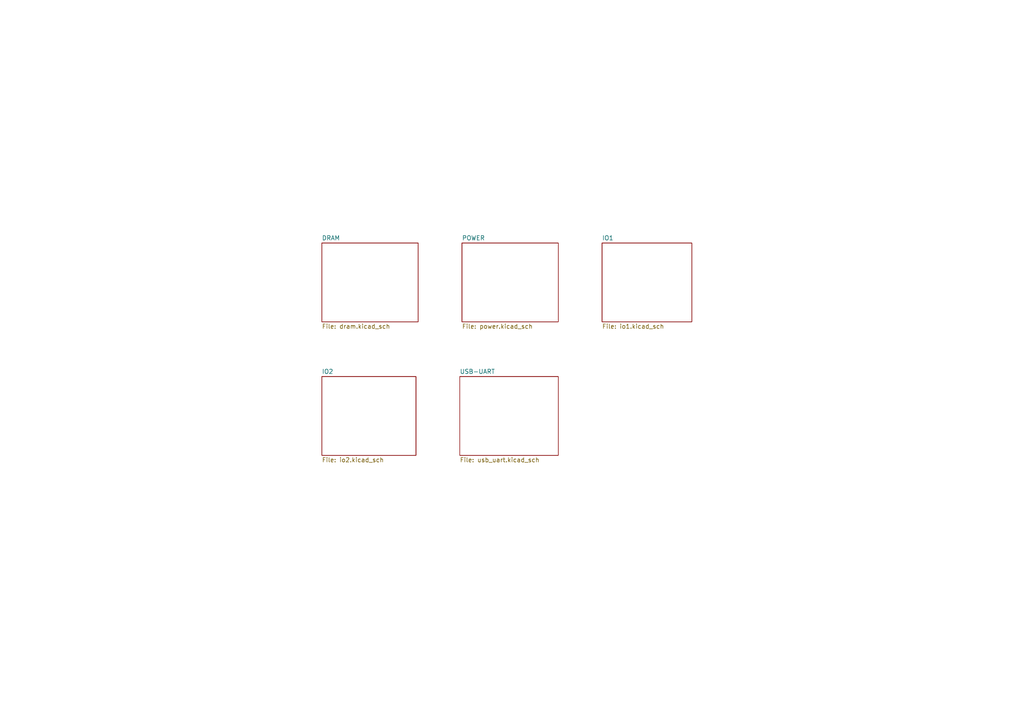
<source format=kicad_sch>
(kicad_sch
	(version 20231120)
	(generator "eeschema")
	(generator_version "8.0")
	(uuid "44f68964-8d75-4db0-b784-705712e148bc")
	(paper "A4")
	(lib_symbols)
	(sheet
		(at 93.345 70.485)
		(size 27.94 22.86)
		(fields_autoplaced yes)
		(stroke
			(width 0.1524)
			(type solid)
		)
		(fill
			(color 0 0 0 0.0000)
		)
		(uuid "2a0ab7b4-b95c-4f2e-a58a-6fd53ad0fdf3")
		(property "Sheetname" "DRAM"
			(at 93.345 69.7734 0)
			(effects
				(font
					(size 1.27 1.27)
				)
				(justify left bottom)
			)
		)
		(property "Sheetfile" "dram.kicad_sch"
			(at 93.345 93.9296 0)
			(effects
				(font
					(size 1.27 1.27)
				)
				(justify left top)
			)
		)
		(instances
			(project "H616_devboard"
				(path "/44f68964-8d75-4db0-b784-705712e148bc"
					(page "2")
				)
			)
		)
	)
	(sheet
		(at 133.985 70.485)
		(size 27.94 22.86)
		(fields_autoplaced yes)
		(stroke
			(width 0.1524)
			(type solid)
		)
		(fill
			(color 0 0 0 0.0000)
		)
		(uuid "2cf23393-b934-4ee4-a6b6-72df378d458a")
		(property "Sheetname" "POWER"
			(at 133.985 69.7734 0)
			(effects
				(font
					(size 1.27 1.27)
				)
				(justify left bottom)
			)
		)
		(property "Sheetfile" "power.kicad_sch"
			(at 133.985 93.9296 0)
			(effects
				(font
					(size 1.27 1.27)
				)
				(justify left top)
			)
		)
		(instances
			(project "H616_devboard"
				(path "/44f68964-8d75-4db0-b784-705712e148bc"
					(page "3")
				)
			)
		)
	)
	(sheet
		(at 174.625 70.485)
		(size 26.035 22.86)
		(fields_autoplaced yes)
		(stroke
			(width 0.1524)
			(type solid)
		)
		(fill
			(color 0 0 0 0.0000)
		)
		(uuid "2e182087-17c9-4f42-b165-52dadf9ce5a4")
		(property "Sheetname" "IO1"
			(at 174.625 69.7734 0)
			(effects
				(font
					(size 1.27 1.27)
				)
				(justify left bottom)
			)
		)
		(property "Sheetfile" "io1.kicad_sch"
			(at 174.625 93.9296 0)
			(effects
				(font
					(size 1.27 1.27)
				)
				(justify left top)
			)
		)
		(instances
			(project "H616_devboard"
				(path "/44f68964-8d75-4db0-b784-705712e148bc"
					(page "4")
				)
			)
		)
	)
	(sheet
		(at 93.345 109.22)
		(size 27.305 22.86)
		(fields_autoplaced yes)
		(stroke
			(width 0.1524)
			(type solid)
		)
		(fill
			(color 0 0 0 0.0000)
		)
		(uuid "5d9fa4e3-c1a9-47c1-b361-a7aa11440b42")
		(property "Sheetname" "IO2"
			(at 93.345 108.5084 0)
			(effects
				(font
					(size 1.27 1.27)
				)
				(justify left bottom)
			)
		)
		(property "Sheetfile" "io2.kicad_sch"
			(at 93.345 132.6646 0)
			(effects
				(font
					(size 1.27 1.27)
				)
				(justify left top)
			)
		)
		(instances
			(project "H616_devboard"
				(path "/44f68964-8d75-4db0-b784-705712e148bc"
					(page "5")
				)
			)
		)
	)
	(sheet
		(at 133.35 109.22)
		(size 28.575 22.86)
		(fields_autoplaced yes)
		(stroke
			(width 0.1524)
			(type solid)
		)
		(fill
			(color 0 0 0 0.0000)
		)
		(uuid "95399e0d-575a-4500-9429-e4d55ac775b9")
		(property "Sheetname" "USB-UART"
			(at 133.35 108.5084 0)
			(effects
				(font
					(size 1.27 1.27)
				)
				(justify left bottom)
			)
		)
		(property "Sheetfile" "usb_uart.kicad_sch"
			(at 133.35 132.6646 0)
			(effects
				(font
					(size 1.27 1.27)
				)
				(justify left top)
			)
		)
		(instances
			(project "H616_devboard"
				(path "/44f68964-8d75-4db0-b784-705712e148bc"
					(page "6")
				)
			)
		)
	)
	(sheet_instances
		(path "/"
			(page "1")
		)
	)
)
</source>
